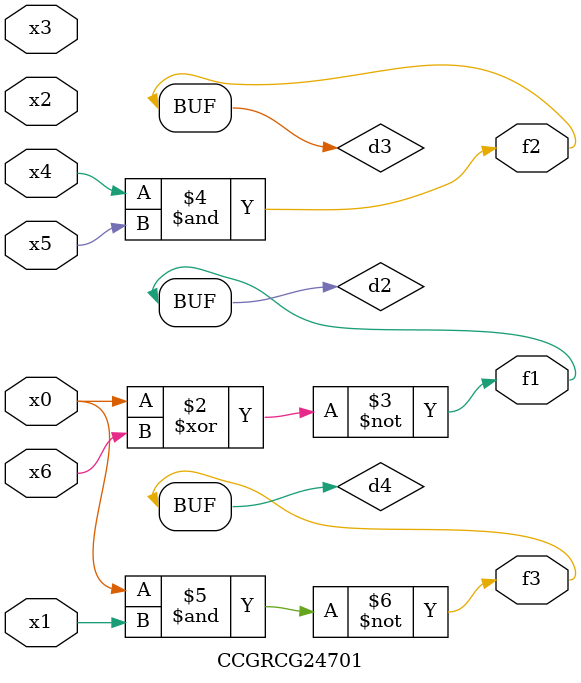
<source format=v>
module CCGRCG24701(
	input x0, x1, x2, x3, x4, x5, x6,
	output f1, f2, f3
);

	wire d1, d2, d3, d4;

	nor (d1, x0);
	xnor (d2, x0, x6);
	and (d3, x4, x5);
	nand (d4, x0, x1);
	assign f1 = d2;
	assign f2 = d3;
	assign f3 = d4;
endmodule

</source>
